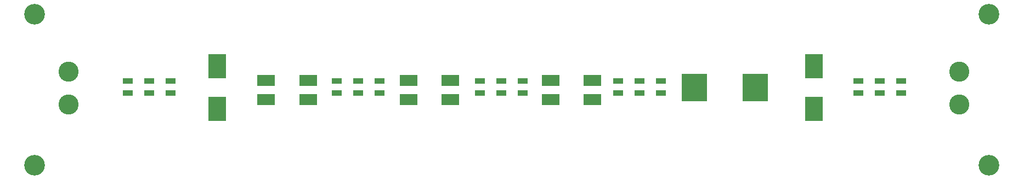
<source format=gts>
G04*
G04 #@! TF.GenerationSoftware,Altium Limited,Altium Designer,20.2.3 (150)*
G04*
G04 Layer_Color=8388736*
%FSLAX25Y25*%
%MOIN*%
G70*
G04*
G04 #@! TF.SameCoordinates,3BBCC810-EA08-4C21-AED5-1319FEB89D9C*
G04*
G04*
G04 #@! TF.FilePolarity,Negative*
G04*
G01*
G75*
%ADD16R,0.10642X0.14580*%
%ADD17R,0.15367X0.16548*%
%ADD18R,0.10642X0.06706*%
%ADD19R,0.05918X0.03556*%
%ADD20C,0.12217*%
%ADD21C,0.12611*%
D16*
X483500Y68429D02*
D03*
Y42445D02*
D03*
X121000Y68429D02*
D03*
Y42445D02*
D03*
D17*
X448008Y55437D02*
D03*
X411000D02*
D03*
D18*
X349000Y47937D02*
D03*
Y59748D02*
D03*
X323410D02*
D03*
Y47937D02*
D03*
X262648D02*
D03*
Y59748D02*
D03*
X237057D02*
D03*
Y47937D02*
D03*
X176295D02*
D03*
Y59748D02*
D03*
X150705D02*
D03*
Y47937D02*
D03*
D19*
X536500Y51937D02*
D03*
Y59417D02*
D03*
X523500Y51937D02*
D03*
Y59417D02*
D03*
X510500Y51937D02*
D03*
Y59417D02*
D03*
X390500Y51937D02*
D03*
Y59417D02*
D03*
X377500Y51937D02*
D03*
Y59417D02*
D03*
X364500Y51937D02*
D03*
Y59417D02*
D03*
X306500Y51937D02*
D03*
Y59417D02*
D03*
X293500Y51937D02*
D03*
Y59417D02*
D03*
X280500Y51937D02*
D03*
Y59417D02*
D03*
X219500Y51937D02*
D03*
Y59417D02*
D03*
X206500Y51937D02*
D03*
Y59417D02*
D03*
X193500Y51937D02*
D03*
Y59417D02*
D03*
X92500Y51937D02*
D03*
Y59417D02*
D03*
X79500Y51937D02*
D03*
Y59417D02*
D03*
X66500Y51937D02*
D03*
Y59417D02*
D03*
D20*
X572000Y64937D02*
D03*
Y44937D02*
D03*
X30500D02*
D03*
Y64937D02*
D03*
D21*
X590000Y100000D02*
D03*
Y8000D02*
D03*
X10000D02*
D03*
Y100000D02*
D03*
M02*

</source>
